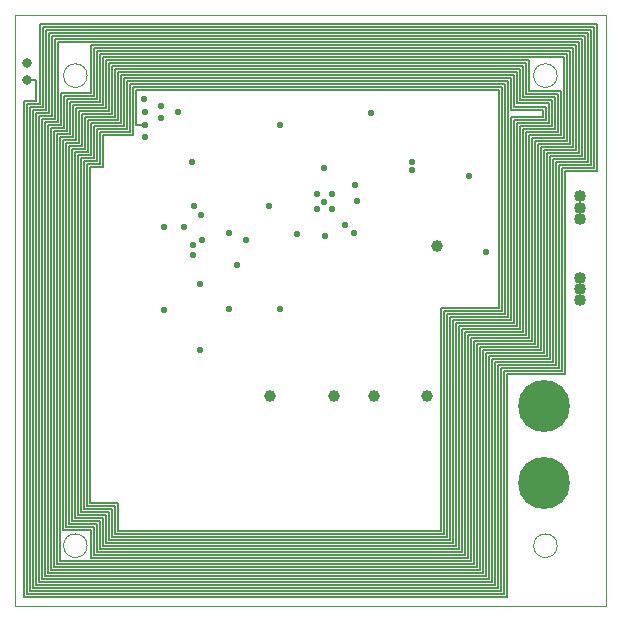
<source format=gbr>
%TF.GenerationSoftware,KiCad,Pcbnew,(5.1.4)-1*%
%TF.CreationDate,2019-12-20T15:52:10-07:00*%
%TF.ProjectId,SolarCell+Y,536f6c61-7243-4656-9c6c-2b592e6b6963,rev?*%
%TF.SameCoordinates,Original*%
%TF.FileFunction,Copper,L3,Inr*%
%TF.FilePolarity,Positive*%
%FSLAX46Y46*%
G04 Gerber Fmt 4.6, Leading zero omitted, Abs format (unit mm)*
G04 Created by KiCad (PCBNEW (5.1.4)-1) date 2019-12-20 15:52:10*
%MOMM*%
%LPD*%
G04 APERTURE LIST*
%ADD10C,0.050000*%
%ADD11C,1.000000*%
%ADD12C,1.016000*%
%ADD13C,4.400000*%
%ADD14C,0.584200*%
%ADD15C,0.800000*%
%ADD16C,0.127000*%
G04 APERTURE END LIST*
D10*
X200000000Y-40000000D02*
X150000000Y-40000000D01*
X150000000Y-90000000D02*
X200000000Y-90000000D01*
X150000000Y-40000000D02*
X150000000Y-90000000D01*
X195900000Y-45100000D02*
G75*
G03X195900000Y-45100000I-1000000J0D01*
G01*
X156100000Y-84900000D02*
G75*
G03X156100000Y-84900000I-1000000J0D01*
G01*
X156100000Y-45100000D02*
G75*
G03X156100000Y-45100000I-1000000J0D01*
G01*
X195900000Y-84900000D02*
G75*
G03X195900000Y-84900000I-1000000J0D01*
G01*
X200000000Y-90000000D02*
X200000000Y-40000000D01*
D11*
X185750200Y-59512200D03*
X184835800Y-72263000D03*
X176987200Y-72263000D03*
X171602400Y-72263000D03*
X180424666Y-72263000D03*
D12*
X197866000Y-64130000D03*
X197866000Y-55330000D03*
X197866000Y-63180000D03*
X197866000Y-62230000D03*
X197866000Y-56280000D03*
X197866000Y-57230000D03*
D13*
X194800000Y-73100000D03*
X194800000Y-79600000D03*
D14*
X183593740Y-52415440D03*
X183593740Y-53050440D03*
X160978844Y-48166883D03*
X165112690Y-56134000D03*
X178796228Y-54378747D03*
X176174400Y-55806340D03*
X175574980Y-55144184D03*
X176844980Y-55144184D03*
X175567340Y-56413400D03*
X176844980Y-56388784D03*
X164338000Y-57912000D03*
X162575240Y-57912000D03*
X172417740Y-49303940D03*
X168148000Y-64897000D03*
X172466000Y-64897000D03*
X178689000Y-58420000D03*
X162585400Y-64947800D03*
X165684200Y-62738000D03*
X165684200Y-68300600D03*
X168148000Y-58420000D03*
X164973000Y-52451000D03*
X168783000Y-61147520D03*
X189865000Y-60071000D03*
X163830000Y-48196500D03*
X165713339Y-56881065D03*
X188468000Y-53594000D03*
X165862000Y-59055000D03*
X165100000Y-59436026D03*
X165100000Y-60325000D03*
D15*
X151000000Y-45500000D03*
D14*
X161036000Y-50292000D03*
D15*
X151003000Y-44005500D03*
D14*
X162359712Y-47637690D03*
X162369500Y-48662193D03*
X161036000Y-49276000D03*
X160909000Y-47117000D03*
X169560240Y-59019440D03*
X176184580Y-52959784D03*
X177942240Y-57749440D03*
X171528750Y-56161940D03*
X176222019Y-58642013D03*
X173878240Y-58471590D03*
X180164740Y-48224440D03*
X178954084Y-55753784D03*
D16*
X150966000Y-45466000D02*
X151000000Y-45500000D01*
X151765000Y-45500000D02*
X151000000Y-45500000D01*
X151765000Y-47244000D02*
X151765000Y-45500000D01*
X150749000Y-47244000D02*
X151765000Y-47244000D01*
X150749000Y-89281000D02*
X150749000Y-47244000D01*
X191643000Y-89281000D02*
X150749000Y-89281000D01*
X191643000Y-70358000D02*
X191643000Y-89281000D01*
X196532500Y-70358000D02*
X191643000Y-70358000D01*
X196532500Y-53213000D02*
X196532500Y-70358000D01*
X199263000Y-53213000D02*
X196532500Y-53213000D01*
X199263000Y-40767000D02*
X199263000Y-53213000D01*
X152082500Y-40767000D02*
X199263000Y-40767000D01*
X152082500Y-47498000D02*
X152082500Y-40767000D01*
X151003000Y-47498000D02*
X152082500Y-47498000D01*
X151003000Y-89027000D02*
X151003000Y-47498000D01*
X191389000Y-89027000D02*
X151003000Y-89027000D01*
X191389000Y-70104000D02*
X191389000Y-89027000D01*
X196278500Y-70104000D02*
X191389000Y-70104000D01*
X196278500Y-52959000D02*
X196278500Y-70104000D01*
X199009000Y-52959000D02*
X196278500Y-52959000D01*
X199009000Y-41021000D02*
X199009000Y-52959000D01*
X152336500Y-41021000D02*
X199009000Y-41021000D01*
X152336500Y-47752000D02*
X152336500Y-41021000D01*
X151257000Y-47752000D02*
X152336500Y-47752000D01*
X151257000Y-88773000D02*
X151257000Y-47752000D01*
X191135000Y-88773000D02*
X151257000Y-88773000D01*
X191135000Y-69850000D02*
X191135000Y-88773000D01*
X196024500Y-69850000D02*
X191135000Y-69850000D01*
X196024500Y-52705000D02*
X196024500Y-69850000D01*
X198755000Y-52705000D02*
X196024500Y-52705000D01*
X198755000Y-41275000D02*
X198755000Y-52705000D01*
X152590500Y-41275000D02*
X198755000Y-41275000D01*
X152590500Y-48006000D02*
X152590500Y-41275000D01*
X151511000Y-48006000D02*
X152590500Y-48006000D01*
X151511000Y-88519000D02*
X151511000Y-48006000D01*
X190881000Y-88519000D02*
X151511000Y-88519000D01*
X190881000Y-69596000D02*
X190881000Y-88519000D01*
X195770500Y-69596000D02*
X190881000Y-69596000D01*
X195770500Y-52451000D02*
X195770500Y-69596000D01*
X198501000Y-52451000D02*
X195770500Y-52451000D01*
X198501000Y-41529000D02*
X198501000Y-52451000D01*
X152844500Y-41529000D02*
X198501000Y-41529000D01*
X152844500Y-48260000D02*
X152844500Y-41529000D01*
X151765000Y-48260000D02*
X152844500Y-48260000D01*
X151765000Y-88265000D02*
X151765000Y-48260000D01*
X190627000Y-88265000D02*
X151765000Y-88265000D01*
X190627000Y-69342000D02*
X190627000Y-88265000D01*
X195516500Y-69342000D02*
X190627000Y-69342000D01*
X195516500Y-52197000D02*
X195516500Y-69342000D01*
X198247000Y-52197000D02*
X195516500Y-52197000D01*
X198247000Y-41783000D02*
X198247000Y-52197000D01*
X153098500Y-41783000D02*
X198247000Y-41783000D01*
X153098500Y-48514000D02*
X153098500Y-41783000D01*
X152019000Y-48514000D02*
X153098500Y-48514000D01*
X152019000Y-88011000D02*
X152019000Y-48514000D01*
X190373000Y-88011000D02*
X152019000Y-88011000D01*
X190373000Y-69088000D02*
X190373000Y-88011000D01*
X195262500Y-69088000D02*
X190373000Y-69088000D01*
X195262500Y-51943000D02*
X195262500Y-69088000D01*
X197993000Y-51943000D02*
X195262500Y-51943000D01*
X197993000Y-42037000D02*
X197993000Y-51943000D01*
X153352500Y-42037000D02*
X197993000Y-42037000D01*
X153352500Y-48768000D02*
X153352500Y-42037000D01*
X152273000Y-48768000D02*
X153352500Y-48768000D01*
X152273000Y-87757000D02*
X152273000Y-48768000D01*
X190119000Y-87757000D02*
X152273000Y-87757000D01*
X190119000Y-68834000D02*
X190119000Y-87757000D01*
X195008500Y-68834000D02*
X190119000Y-68834000D01*
X195008500Y-51689000D02*
X195008500Y-68834000D01*
X197739000Y-51689000D02*
X195008500Y-51689000D01*
X197739000Y-42291000D02*
X197739000Y-51689000D01*
X153606500Y-42291000D02*
X197739000Y-42291000D01*
X153606500Y-49022000D02*
X153606500Y-42291000D01*
X152527000Y-49022000D02*
X153606500Y-49022000D01*
X152527000Y-87503000D02*
X152527000Y-49022000D01*
X189865000Y-87503000D02*
X152527000Y-87503000D01*
X189865000Y-68580000D02*
X189865000Y-87503000D01*
X194754500Y-68580000D02*
X189865000Y-68580000D01*
X194754500Y-51435000D02*
X194754500Y-68580000D01*
X197485000Y-51435000D02*
X194754500Y-51435000D01*
X197485000Y-42545000D02*
X197485000Y-51435000D01*
X156464000Y-42545000D02*
X197485000Y-42545000D01*
X156464000Y-46545500D02*
X156464000Y-42545000D01*
X153860500Y-46545500D02*
X156464000Y-46545500D01*
X153860500Y-49276000D02*
X153860500Y-46545500D01*
X152781000Y-49276000D02*
X153860500Y-49276000D01*
X152781000Y-87249000D02*
X152781000Y-49276000D01*
X189611000Y-87249000D02*
X152781000Y-87249000D01*
X189611000Y-68326000D02*
X189611000Y-87249000D01*
X194500500Y-68326000D02*
X189611000Y-68326000D01*
X194500500Y-51181000D02*
X194500500Y-68326000D01*
X197231000Y-51181000D02*
X194500500Y-51181000D01*
X197231000Y-42799000D02*
X197231000Y-51181000D01*
X156718000Y-42799000D02*
X197231000Y-42799000D01*
X156718000Y-46799500D02*
X156718000Y-42799000D01*
X154114500Y-46799500D02*
X156718000Y-46799500D01*
X154114500Y-49530000D02*
X154114500Y-46799500D01*
X153035000Y-49530000D02*
X154114500Y-49530000D01*
X153035000Y-86995000D02*
X153035000Y-49530000D01*
X189357000Y-86995000D02*
X153035000Y-86995000D01*
X189357000Y-68072000D02*
X189357000Y-86995000D01*
X194246500Y-68072000D02*
X189357000Y-68072000D01*
X194246500Y-50927000D02*
X194246500Y-68072000D01*
X196977000Y-50927000D02*
X194246500Y-50927000D01*
X196977000Y-43053000D02*
X196977000Y-50927000D01*
X156972000Y-43053000D02*
X196977000Y-43053000D01*
X156972000Y-47053500D02*
X156972000Y-43053000D01*
X154368500Y-47053500D02*
X156972000Y-47053500D01*
X154368500Y-49784000D02*
X154368500Y-47053500D01*
X153289000Y-49784000D02*
X154368500Y-49784000D01*
X153289000Y-86741000D02*
X153289000Y-49784000D01*
X189103000Y-86741000D02*
X153289000Y-86741000D01*
X189103000Y-67818000D02*
X189103000Y-86741000D01*
X193992500Y-67818000D02*
X189103000Y-67818000D01*
X193992500Y-50673000D02*
X193992500Y-67818000D01*
X196723000Y-50673000D02*
X193992500Y-50673000D01*
X196723000Y-43307000D02*
X196723000Y-50673000D01*
X157226000Y-43307000D02*
X196723000Y-43307000D01*
X157226000Y-47307500D02*
X157226000Y-43307000D01*
X154622500Y-47307500D02*
X157226000Y-47307500D01*
X154622500Y-50038000D02*
X154622500Y-47307500D01*
X153543000Y-50038000D02*
X154622500Y-50038000D01*
X153543000Y-86487000D02*
X153543000Y-50038000D01*
X188849000Y-86487000D02*
X153543000Y-86487000D01*
X188849000Y-67564000D02*
X188849000Y-86487000D01*
X193738500Y-67564000D02*
X188849000Y-67564000D01*
X155067000Y-51562000D02*
X156146500Y-51562000D01*
X155067000Y-82550000D02*
X155067000Y-51562000D01*
X192214500Y-66040000D02*
X187325000Y-66040000D01*
X192214500Y-48895000D02*
X192214500Y-66040000D01*
X194945000Y-47752000D02*
X194945000Y-48895000D01*
X159004000Y-45085000D02*
X192278000Y-45085000D01*
X159004000Y-49085500D02*
X159004000Y-45085000D01*
X156400500Y-51816000D02*
X156400500Y-49085500D01*
X155321000Y-51816000D02*
X156400500Y-51816000D01*
X155321000Y-82296000D02*
X155321000Y-51816000D01*
X157734000Y-84709000D02*
X157734000Y-82296000D01*
X187071000Y-84709000D02*
X157734000Y-84709000D01*
X191960500Y-65786000D02*
X187071000Y-65786000D01*
X194691000Y-48641000D02*
X191960500Y-48641000D01*
X194691000Y-48006000D02*
X194691000Y-48641000D01*
X159258000Y-45339000D02*
X192024000Y-45339000D01*
X159258000Y-49339500D02*
X159258000Y-45339000D01*
X156654500Y-52070000D02*
X156654500Y-49339500D01*
X155575000Y-82042000D02*
X155575000Y-52070000D01*
X157988000Y-82042000D02*
X155575000Y-82042000D01*
X157988000Y-84455000D02*
X157988000Y-82042000D01*
X191706500Y-65532000D02*
X186817000Y-65532000D01*
X191706500Y-45593000D02*
X191706500Y-65532000D01*
X159512000Y-49593500D02*
X159512000Y-45593000D01*
X192278000Y-47752000D02*
X194945000Y-47752000D01*
X157416500Y-50101500D02*
X160020000Y-50101500D01*
X160020000Y-50101500D02*
X160020000Y-46101000D01*
X192024000Y-48006000D02*
X194691000Y-48006000D01*
X155829000Y-81788000D02*
X155829000Y-52324000D01*
X192722500Y-49403000D02*
X192722500Y-66548000D01*
X191960500Y-48641000D02*
X191960500Y-65786000D01*
X157416500Y-52832000D02*
X157416500Y-50101500D01*
X157734000Y-47815500D02*
X157734000Y-43815000D01*
X191198500Y-46101000D02*
X191198500Y-65024000D01*
X187325000Y-84963000D02*
X157480000Y-84963000D01*
X158750000Y-81280000D02*
X156337000Y-81280000D01*
X157480000Y-84963000D02*
X157480000Y-82550000D01*
X186055000Y-83693000D02*
X158750000Y-83693000D01*
X155384500Y-48069500D02*
X157988000Y-48069500D01*
X194945000Y-48895000D02*
X192214500Y-48895000D01*
X156337000Y-52832000D02*
X157416500Y-52832000D01*
X192278000Y-45085000D02*
X192278000Y-47752000D01*
X186563000Y-84201000D02*
X158242000Y-84201000D01*
X193548000Y-43815000D02*
X193548000Y-46418500D01*
X158750000Y-83693000D02*
X158750000Y-81280000D01*
X186817000Y-65532000D02*
X186817000Y-84455000D01*
X155829000Y-52324000D02*
X156908500Y-52324000D01*
X155638500Y-51054000D02*
X155638500Y-48323500D01*
X160274000Y-46355000D02*
X190944500Y-46355000D01*
X160274000Y-49276000D02*
X160274000Y-46355000D01*
X153779302Y-86215302D02*
X153779302Y-84902978D01*
X191198500Y-65024000D02*
X186309000Y-65024000D01*
X156337000Y-81280000D02*
X156337000Y-52832000D01*
X190944500Y-46355000D02*
X190944500Y-64770000D01*
X155638500Y-48323500D02*
X158242000Y-48323500D01*
X187071000Y-65786000D02*
X187071000Y-84709000D01*
X160020000Y-46101000D02*
X191198500Y-46101000D01*
X190944500Y-64770000D02*
X186055000Y-64770000D01*
X186055000Y-64770000D02*
X186055000Y-83693000D01*
X196469000Y-50419000D02*
X193738500Y-50419000D01*
X186309000Y-65024000D02*
X186309000Y-83947000D01*
X154876500Y-50292000D02*
X154876500Y-47561500D01*
X156083000Y-52578000D02*
X157162500Y-52578000D01*
X186309000Y-83947000D02*
X158496000Y-83947000D01*
X155575000Y-52070000D02*
X156654500Y-52070000D01*
X191452500Y-65278000D02*
X186563000Y-65278000D01*
X158496000Y-83947000D02*
X158496000Y-81534000D01*
X159512000Y-45593000D02*
X191706500Y-45593000D01*
X158496000Y-81534000D02*
X156083000Y-81534000D01*
X195453000Y-47180500D02*
X195453000Y-49403000D01*
X157480000Y-82550000D02*
X155067000Y-82550000D01*
X156083000Y-81534000D02*
X156083000Y-52578000D01*
X157162500Y-52578000D02*
X157162500Y-49847500D01*
X156400500Y-49085500D02*
X159004000Y-49085500D01*
X157162500Y-49847500D02*
X159766000Y-49847500D01*
X153779302Y-84902978D02*
X153797000Y-84708235D01*
X186563000Y-65278000D02*
X186563000Y-84201000D01*
X159766000Y-49847500D02*
X159766000Y-45847000D01*
X192024000Y-45339000D02*
X192024000Y-48006000D01*
X159766000Y-45847000D02*
X191452500Y-45847000D01*
X195707000Y-46926500D02*
X195707000Y-49657000D01*
X187325000Y-66040000D02*
X187325000Y-84963000D01*
X191452500Y-45847000D02*
X191452500Y-65278000D01*
X193040000Y-44323000D02*
X193040000Y-46926500D01*
X158242000Y-84201000D02*
X158242000Y-81788000D01*
X156972000Y-83058000D02*
X154559000Y-83058000D01*
X186817000Y-84455000D02*
X157988000Y-84455000D01*
X158242000Y-81788000D02*
X155829000Y-81788000D01*
X154305000Y-50800000D02*
X155384500Y-50800000D01*
X156654500Y-49339500D02*
X159258000Y-49339500D01*
X156908500Y-52324000D02*
X156908500Y-49593500D01*
X157734000Y-82296000D02*
X155321000Y-82296000D01*
X156908500Y-49593500D02*
X159512000Y-49593500D01*
X156146500Y-51562000D02*
X156146500Y-48831500D01*
X156146500Y-48831500D02*
X158750000Y-48831500D01*
X158750000Y-48831500D02*
X158750000Y-44831000D01*
X158750000Y-44831000D02*
X192532000Y-44831000D01*
X192532000Y-44831000D02*
X192532000Y-47434500D01*
X192532000Y-47434500D02*
X195199000Y-47434500D01*
X195199000Y-47434500D02*
X195199000Y-49149000D01*
X195199000Y-49149000D02*
X192468500Y-49149000D01*
X192468500Y-49149000D02*
X192468500Y-66294000D01*
X192468500Y-66294000D02*
X187579000Y-66294000D01*
X187579000Y-66294000D02*
X187579000Y-85217000D01*
X187579000Y-85217000D02*
X157226000Y-85217000D01*
X157226000Y-85217000D02*
X157226000Y-82804000D01*
X157226000Y-82804000D02*
X154813000Y-82804000D01*
X154813000Y-82804000D02*
X154813000Y-51308000D01*
X154813000Y-51308000D02*
X155892500Y-51308000D01*
X155892500Y-51308000D02*
X155892500Y-48577500D01*
X155892500Y-48577500D02*
X158496000Y-48577500D01*
X158496000Y-48577500D02*
X158496000Y-44577000D01*
X158496000Y-44577000D02*
X192786000Y-44577000D01*
X192786000Y-44577000D02*
X192786000Y-47180500D01*
X192786000Y-47180500D02*
X195453000Y-47180500D01*
X193738500Y-50419000D02*
X193738500Y-67564000D01*
X195453000Y-49403000D02*
X192722500Y-49403000D01*
X192722500Y-66548000D02*
X187833000Y-66548000D01*
X187833000Y-66548000D02*
X187833000Y-85471000D01*
X187833000Y-85471000D02*
X156972000Y-85471000D01*
X156972000Y-85471000D02*
X156972000Y-83058000D01*
X154559000Y-83058000D02*
X154559000Y-51054000D01*
X154559000Y-51054000D02*
X155638500Y-51054000D01*
X158242000Y-48323500D02*
X158242000Y-44323000D01*
X158242000Y-44323000D02*
X193040000Y-44323000D01*
X193040000Y-46926500D02*
X195707000Y-46926500D01*
X195707000Y-49657000D02*
X192976500Y-49657000D01*
X192976500Y-49657000D02*
X192976500Y-66802000D01*
X192976500Y-66802000D02*
X188087000Y-66802000D01*
X188087000Y-66802000D02*
X188087000Y-85725000D01*
X188087000Y-85725000D02*
X156718000Y-85725000D01*
X156718000Y-85725000D02*
X156718000Y-83312000D01*
X156718000Y-83312000D02*
X154305000Y-83312000D01*
X154305000Y-83312000D02*
X154305000Y-50800000D01*
X155384500Y-50800000D02*
X155384500Y-48069500D01*
X157988000Y-48069500D02*
X157988000Y-44069000D01*
X157988000Y-44069000D02*
X193294000Y-44069000D01*
X193294000Y-44069000D02*
X193294000Y-46672500D01*
X193294000Y-46672500D02*
X195961000Y-46672500D01*
X195961000Y-46672500D02*
X195961000Y-49911000D01*
X195961000Y-49911000D02*
X193230500Y-49911000D01*
X193230500Y-49911000D02*
X193230500Y-67056000D01*
X193230500Y-67056000D02*
X188341000Y-67056000D01*
X188341000Y-67056000D02*
X188341000Y-85979000D01*
X188341000Y-85979000D02*
X156464000Y-85979000D01*
X156464000Y-85979000D02*
X156464000Y-83566000D01*
X156464000Y-83566000D02*
X154051000Y-83566000D01*
X154051000Y-83566000D02*
X154051000Y-50546000D01*
X154051000Y-50546000D02*
X155130500Y-50546000D01*
X155130500Y-50546000D02*
X155130500Y-47815500D01*
X155130500Y-47815500D02*
X157734000Y-47815500D01*
X157734000Y-43815000D02*
X193548000Y-43815000D01*
X193548000Y-46418500D02*
X196215000Y-46418500D01*
X196215000Y-46418500D02*
X196215000Y-50165000D01*
X196215000Y-50165000D02*
X193484500Y-50165000D01*
X193484500Y-50165000D02*
X193484500Y-67310000D01*
X193484500Y-67310000D02*
X188595000Y-67310000D01*
X188595000Y-67310000D02*
X188595000Y-86233000D01*
X188595000Y-86233000D02*
X153797000Y-86233000D01*
X153797000Y-86233000D02*
X153779302Y-86215302D01*
X153797000Y-84708235D02*
X153797000Y-50292000D01*
X153797000Y-50292000D02*
X154876500Y-50292000D01*
X154876500Y-47561500D02*
X157480000Y-47561500D01*
X157480000Y-47561500D02*
X157480000Y-43561000D01*
X157480000Y-43561000D02*
X196469000Y-43561000D01*
X196469000Y-43561000D02*
X196469000Y-50419000D01*
X160274000Y-49276000D02*
X161036000Y-49276000D01*
M02*

</source>
